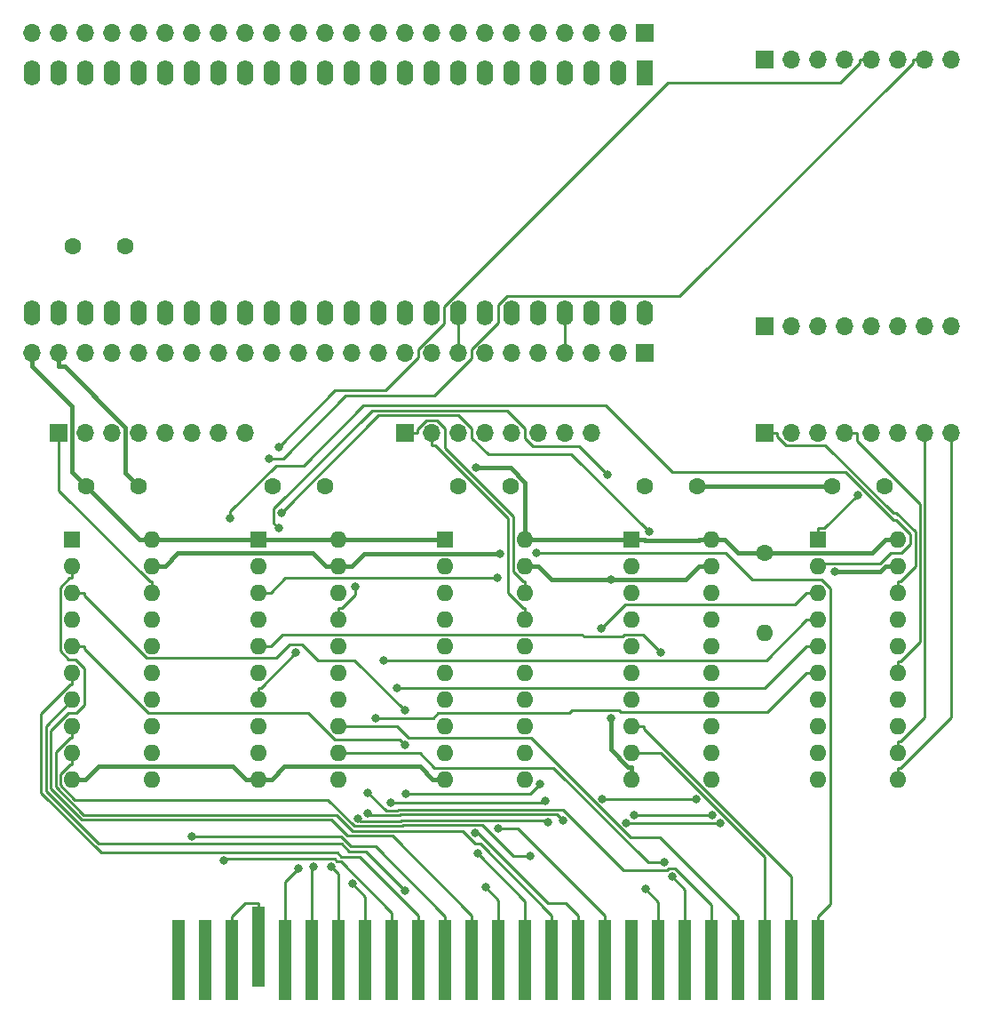
<source format=gtl>
G04 #@! TF.GenerationSoftware,KiCad,Pcbnew,(6.0.9)*
G04 #@! TF.CreationDate,2023-03-08T22:08:06+01:00*
G04 #@! TF.ProjectId,03_Cartucho_MSX_Tang_Nano_9k_Breakout,30335f43-6172-4747-9563-686f5f4d5358,rev?*
G04 #@! TF.SameCoordinates,Original*
G04 #@! TF.FileFunction,Copper,L1,Top*
G04 #@! TF.FilePolarity,Positive*
%FSLAX46Y46*%
G04 Gerber Fmt 4.6, Leading zero omitted, Abs format (unit mm)*
G04 Created by KiCad (PCBNEW (6.0.9)) date 2023-03-08 22:08:06*
%MOMM*%
%LPD*%
G01*
G04 APERTURE LIST*
G04 #@! TA.AperFunction,ComponentPad*
%ADD10R,1.700000X1.700000*%
G04 #@! TD*
G04 #@! TA.AperFunction,ComponentPad*
%ADD11O,1.700000X1.700000*%
G04 #@! TD*
G04 #@! TA.AperFunction,ComponentPad*
%ADD12C,1.600000*%
G04 #@! TD*
G04 #@! TA.AperFunction,ComponentPad*
%ADD13R,1.600000X1.600000*%
G04 #@! TD*
G04 #@! TA.AperFunction,ComponentPad*
%ADD14O,1.600000X1.600000*%
G04 #@! TD*
G04 #@! TA.AperFunction,SMDPad,CuDef*
%ADD15R,1.270000X7.620000*%
G04 #@! TD*
G04 #@! TA.AperFunction,ComponentPad*
%ADD16R,1.600000X2.400000*%
G04 #@! TD*
G04 #@! TA.AperFunction,ComponentPad*
%ADD17O,1.600000X2.400000*%
G04 #@! TD*
G04 #@! TA.AperFunction,ViaPad*
%ADD18C,0.800000*%
G04 #@! TD*
G04 #@! TA.AperFunction,Conductor*
%ADD19C,0.250000*%
G04 #@! TD*
G04 #@! TA.AperFunction,Conductor*
%ADD20C,0.400000*%
G04 #@! TD*
G04 APERTURE END LIST*
D10*
X125730000Y-81305000D03*
D11*
X123190000Y-81305000D03*
X120650000Y-81305000D03*
X118110000Y-81305000D03*
X115570000Y-81305000D03*
X113030000Y-81305000D03*
X110490000Y-81305000D03*
X107950000Y-81305000D03*
X105410000Y-81305000D03*
X102870000Y-81305000D03*
X100330000Y-81305000D03*
X97790000Y-81305000D03*
X95250000Y-81305000D03*
X92710000Y-81305000D03*
X90170000Y-81305000D03*
X87630000Y-81305000D03*
X85090000Y-81305000D03*
X82550000Y-81305000D03*
X80010000Y-81305000D03*
X77470000Y-81305000D03*
X74930000Y-81305000D03*
X72390000Y-81305000D03*
X69850000Y-81305000D03*
X67310000Y-81305000D03*
D12*
X76200000Y-71120000D03*
X71200000Y-71120000D03*
X148590000Y-93980000D03*
X143590000Y-93980000D03*
X72470000Y-93980000D03*
X77470000Y-93980000D03*
D13*
X71120000Y-99060000D03*
D14*
X71120000Y-101600000D03*
X71120000Y-104140000D03*
X71120000Y-106680000D03*
X71120000Y-109220000D03*
X71120000Y-111760000D03*
X71120000Y-114300000D03*
X71120000Y-116840000D03*
X71120000Y-119380000D03*
X71120000Y-121920000D03*
X78740000Y-121920000D03*
X78740000Y-119380000D03*
X78740000Y-116840000D03*
X78740000Y-114300000D03*
X78740000Y-111760000D03*
X78740000Y-109220000D03*
X78740000Y-106680000D03*
X78740000Y-104140000D03*
X78740000Y-101600000D03*
X78740000Y-99060000D03*
D15*
X142240000Y-139065000D03*
X139700000Y-139065000D03*
X137160000Y-139065000D03*
X134620000Y-139065000D03*
X132080000Y-139065000D03*
X129540000Y-139065000D03*
X127000000Y-139065000D03*
X124460000Y-139065000D03*
X121920000Y-139065000D03*
X119380000Y-139065000D03*
X116840000Y-139065000D03*
X114300000Y-139065000D03*
X111760000Y-139065000D03*
X109220000Y-139065000D03*
X106680000Y-139065000D03*
X104140000Y-139065000D03*
X101600000Y-139065000D03*
X99060000Y-139065000D03*
X96520000Y-139065000D03*
X93980000Y-139065000D03*
X91440000Y-139065000D03*
X88900000Y-137795000D03*
X86360000Y-139065000D03*
X83820000Y-139065000D03*
X81280000Y-139065000D03*
D16*
X125730000Y-54610000D03*
D17*
X123190000Y-54610000D03*
X120650000Y-54610000D03*
X118110000Y-54610000D03*
X115570000Y-54610000D03*
X113030000Y-54610000D03*
X110490000Y-54610000D03*
X107950000Y-54610000D03*
X105410000Y-54610000D03*
X102870000Y-54610000D03*
X100330000Y-54610000D03*
X97790000Y-54610000D03*
X95250000Y-54610000D03*
X92710000Y-54610000D03*
X90170000Y-54610000D03*
X87630000Y-54610000D03*
X85090000Y-54610000D03*
X82550000Y-54610000D03*
X80010000Y-54610000D03*
X77470000Y-54610000D03*
X74930000Y-54610000D03*
X72390000Y-54610000D03*
X69850000Y-54610000D03*
X67310000Y-54610000D03*
X67310000Y-77470000D03*
X69850000Y-77470000D03*
X72390000Y-77470000D03*
X74930000Y-77470000D03*
X77470000Y-77470000D03*
X80010000Y-77470000D03*
X82550000Y-77470000D03*
X85090000Y-77470000D03*
X87630000Y-77470000D03*
X90170000Y-77470000D03*
X92710000Y-77470000D03*
X95250000Y-77470000D03*
X97790000Y-77470000D03*
X100330000Y-77470000D03*
X102870000Y-77470000D03*
X105410000Y-77470000D03*
X107950000Y-77470000D03*
X110490000Y-77470000D03*
X113030000Y-77470000D03*
X115570000Y-77470000D03*
X118110000Y-77470000D03*
X120650000Y-77470000D03*
X123190000Y-77470000D03*
X125730000Y-77470000D03*
D10*
X125730000Y-50800000D03*
D11*
X123190000Y-50800000D03*
X120650000Y-50800000D03*
X118110000Y-50800000D03*
X115570000Y-50800000D03*
X113030000Y-50800000D03*
X110490000Y-50800000D03*
X107950000Y-50800000D03*
X105410000Y-50800000D03*
X102870000Y-50800000D03*
X100330000Y-50800000D03*
X97790000Y-50800000D03*
X95250000Y-50800000D03*
X92710000Y-50800000D03*
X90170000Y-50800000D03*
X87630000Y-50800000D03*
X85090000Y-50800000D03*
X82550000Y-50800000D03*
X80010000Y-50800000D03*
X77470000Y-50800000D03*
X74930000Y-50800000D03*
X72390000Y-50800000D03*
X69850000Y-50800000D03*
X67310000Y-50800000D03*
D10*
X137160000Y-78740000D03*
D11*
X139700000Y-78740000D03*
X142240000Y-78740000D03*
X144780000Y-78740000D03*
X147320000Y-78740000D03*
X149860000Y-78740000D03*
X152400000Y-78740000D03*
X154940000Y-78740000D03*
D14*
X132080000Y-99060000D03*
X132080000Y-101600000D03*
X132080000Y-104140000D03*
X132080000Y-106680000D03*
X132080000Y-109220000D03*
X132080000Y-111760000D03*
X132080000Y-114300000D03*
X132080000Y-116840000D03*
X132080000Y-119380000D03*
X132080000Y-121920000D03*
X124460000Y-121920000D03*
X124460000Y-119380000D03*
X124460000Y-116840000D03*
X124460000Y-114300000D03*
X124460000Y-111760000D03*
X124460000Y-109220000D03*
X124460000Y-106680000D03*
X124460000Y-104140000D03*
X124460000Y-101600000D03*
D13*
X124460000Y-99060000D03*
D12*
X107950000Y-93980000D03*
X112950000Y-93980000D03*
X90250000Y-93980000D03*
X95250000Y-93980000D03*
X137160000Y-100330000D03*
D14*
X137160000Y-107950000D03*
D12*
X125730000Y-93980000D03*
X130730000Y-93980000D03*
D10*
X69850000Y-88900000D03*
D11*
X72390000Y-88900000D03*
X74930000Y-88900000D03*
X77470000Y-88900000D03*
X80010000Y-88900000D03*
X82550000Y-88900000D03*
X85090000Y-88900000D03*
X87630000Y-88900000D03*
D10*
X137160000Y-53340000D03*
D11*
X139700000Y-53340000D03*
X142240000Y-53340000D03*
X144780000Y-53340000D03*
X147320000Y-53340000D03*
X149860000Y-53340000D03*
X152400000Y-53340000D03*
X154940000Y-53340000D03*
D13*
X88900000Y-99060000D03*
D14*
X88900000Y-101600000D03*
X88900000Y-104140000D03*
X88900000Y-106680000D03*
X88900000Y-109220000D03*
X88900000Y-111760000D03*
X88900000Y-114300000D03*
X88900000Y-116840000D03*
X88900000Y-119380000D03*
X88900000Y-121920000D03*
X96520000Y-121920000D03*
X96520000Y-119380000D03*
X96520000Y-116840000D03*
X96520000Y-114300000D03*
X96520000Y-111760000D03*
X96520000Y-109220000D03*
X96520000Y-106680000D03*
X96520000Y-104140000D03*
X96520000Y-101600000D03*
X96520000Y-99060000D03*
D13*
X142240000Y-99060000D03*
D14*
X142240000Y-101600000D03*
X142240000Y-104140000D03*
X142240000Y-106680000D03*
X142240000Y-109220000D03*
X142240000Y-111760000D03*
X142240000Y-114300000D03*
X142240000Y-116840000D03*
X142240000Y-119380000D03*
X142240000Y-121920000D03*
X149860000Y-121920000D03*
X149860000Y-119380000D03*
X149860000Y-116840000D03*
X149860000Y-114300000D03*
X149860000Y-111760000D03*
X149860000Y-109220000D03*
X149860000Y-106680000D03*
X149860000Y-104140000D03*
X149860000Y-101600000D03*
X149860000Y-99060000D03*
D13*
X106680000Y-99060000D03*
D14*
X106680000Y-101600000D03*
X106680000Y-104140000D03*
X106680000Y-106680000D03*
X106680000Y-109220000D03*
X106680000Y-111760000D03*
X106680000Y-114300000D03*
X106680000Y-116840000D03*
X106680000Y-119380000D03*
X106680000Y-121920000D03*
X114300000Y-121920000D03*
X114300000Y-119380000D03*
X114300000Y-116840000D03*
X114300000Y-114300000D03*
X114300000Y-111760000D03*
X114300000Y-109220000D03*
X114300000Y-106680000D03*
X114300000Y-104140000D03*
X114300000Y-101600000D03*
X114300000Y-99060000D03*
D10*
X102870000Y-88900000D03*
D11*
X105410000Y-88900000D03*
X107950000Y-88900000D03*
X110490000Y-88900000D03*
X113030000Y-88900000D03*
X115570000Y-88900000D03*
X118110000Y-88900000D03*
X120650000Y-88900000D03*
D10*
X137160000Y-88900000D03*
D11*
X139700000Y-88900000D03*
X142240000Y-88900000D03*
X144780000Y-88900000D03*
X147320000Y-88900000D03*
X149860000Y-88900000D03*
X152400000Y-88900000D03*
X154940000Y-88900000D03*
D18*
X98069800Y-103508100D03*
X99311200Y-123180300D03*
X127550800Y-129796900D03*
X89911400Y-91313200D03*
X92458400Y-109822600D03*
X90785100Y-90210200D03*
X90785500Y-97956700D03*
X122151100Y-92882300D03*
X111625900Y-102725200D03*
X115362600Y-100330000D03*
X91068300Y-96476700D03*
X126076100Y-98318500D03*
X127253800Y-109800800D03*
X145975500Y-94797400D03*
X110524300Y-132196800D03*
X109799200Y-128980800D03*
X109507300Y-126975500D03*
X111697500Y-126543700D03*
X114809800Y-129194100D03*
X102841900Y-132468400D03*
X102806200Y-118601200D03*
X82526300Y-127305500D03*
X102800600Y-115325100D03*
X132910600Y-126059200D03*
X123940600Y-126059200D03*
X117905500Y-125838500D03*
X99266700Y-125154300D03*
X132133300Y-125281700D03*
X124677800Y-125281700D03*
X116453400Y-125968600D03*
X98317200Y-125619200D03*
X94120700Y-130190600D03*
X130598800Y-123749500D03*
X121659600Y-123749500D03*
X116199200Y-123913700D03*
X101495500Y-124117700D03*
X100056600Y-116102200D03*
X95821500Y-130205500D03*
X102075500Y-113174800D03*
X100793200Y-110536900D03*
X97808400Y-131848500D03*
X121512400Y-107549300D03*
X115724100Y-122310700D03*
X102943300Y-123272600D03*
X86179600Y-97054900D03*
X85539100Y-129604000D03*
X92710000Y-130421500D03*
X125764300Y-132364400D03*
X128283100Y-131115600D03*
X109626700Y-92217000D03*
X122449700Y-102870000D03*
X122443100Y-116080100D03*
X143840400Y-102101900D03*
X111932400Y-100373800D03*
D19*
X98069800Y-104286400D02*
X98069800Y-103508100D01*
X96801300Y-105554900D02*
X98069800Y-104286400D01*
X96520000Y-105554900D02*
X96801300Y-105554900D01*
X96520000Y-106680000D02*
X96520000Y-105554900D01*
X118110000Y-77470000D02*
X118110000Y-81305000D01*
X107950000Y-77470000D02*
X107950000Y-81305000D01*
X132080000Y-133887000D02*
X132080000Y-139065000D01*
X128583500Y-130390500D02*
X132080000Y-133887000D01*
X127982800Y-130390500D02*
X128583500Y-130390500D01*
X127823600Y-130549700D02*
X127982800Y-130390500D01*
X123651700Y-130549700D02*
X127823600Y-130549700D01*
X117883100Y-124781100D02*
X123651700Y-130549700D01*
X102221600Y-124781100D02*
X117883100Y-124781100D01*
X102111500Y-124891200D02*
X102221600Y-124781100D01*
X101022100Y-124891200D02*
X102111500Y-124891200D01*
X99311200Y-123180300D02*
X101022100Y-124891200D01*
X96520000Y-116840000D02*
X97645100Y-116840000D01*
X134620000Y-134907900D02*
X134620000Y-139065000D01*
X127160700Y-127448600D02*
X134620000Y-134907900D01*
X124299700Y-127448600D02*
X127160700Y-127448600D01*
X114816200Y-117965100D02*
X124299700Y-127448600D01*
X103195600Y-117965100D02*
X114816200Y-117965100D01*
X102070500Y-116840000D02*
X103195600Y-117965100D01*
X97645100Y-116840000D02*
X102070500Y-116840000D01*
X126011400Y-129796900D02*
X127550800Y-129796900D01*
X117009300Y-120794800D02*
X126011400Y-129796900D01*
X105651600Y-120794800D02*
X117009300Y-120794800D01*
X104236800Y-119380000D02*
X105651600Y-120794800D01*
X96520000Y-119380000D02*
X104236800Y-119380000D01*
X152400000Y-53340000D02*
X151224900Y-53340000D01*
X91211100Y-91313200D02*
X89911400Y-91313200D01*
X97171100Y-85353200D02*
X91211100Y-91313200D01*
X105626700Y-85353200D02*
X97171100Y-85353200D01*
X109220000Y-81759900D02*
X105626700Y-85353200D01*
X109220000Y-80906600D02*
X109220000Y-81759900D01*
X111760000Y-78366600D02*
X109220000Y-80906600D01*
X111760000Y-76699800D02*
X111760000Y-78366600D01*
X112566400Y-75893400D02*
X111760000Y-76699800D01*
X129036700Y-75893400D02*
X112566400Y-75893400D01*
X151224900Y-53705200D02*
X129036700Y-75893400D01*
X151224900Y-53340000D02*
X151224900Y-53705200D01*
X89106100Y-113174900D02*
X92458400Y-109822600D01*
X88900000Y-113174900D02*
X89106100Y-113174900D01*
X88900000Y-114300000D02*
X88900000Y-113174900D01*
X147320000Y-53340000D02*
X146144900Y-53340000D01*
X96146800Y-84848500D02*
X90785100Y-90210200D01*
X100990600Y-84848500D02*
X96146800Y-84848500D01*
X104140000Y-81699100D02*
X100990600Y-84848500D01*
X104140000Y-80906300D02*
X104140000Y-81699100D01*
X106535200Y-78511100D02*
X104140000Y-80906300D01*
X106535200Y-76870200D02*
X106535200Y-78511100D01*
X127880700Y-55524700D02*
X106535200Y-76870200D01*
X144325400Y-55524700D02*
X127880700Y-55524700D01*
X146144900Y-53705200D02*
X144325400Y-55524700D01*
X146144900Y-53340000D02*
X146144900Y-53705200D01*
X139700000Y-131186200D02*
X139700000Y-139065000D01*
X125585100Y-117071300D02*
X139700000Y-131186200D01*
X125585100Y-116840000D02*
X125585100Y-117071300D01*
X124460000Y-116840000D02*
X125585100Y-116840000D01*
X119396700Y-90127900D02*
X122151100Y-92882300D01*
X115039300Y-90127900D02*
X119396700Y-90127900D01*
X114300000Y-89388600D02*
X115039300Y-90127900D01*
X114300000Y-88505900D02*
X114300000Y-89388600D01*
X112536700Y-86742600D02*
X114300000Y-88505900D01*
X99717200Y-86742600D02*
X112536700Y-86742600D01*
X90338200Y-96121600D02*
X99717200Y-86742600D01*
X90338200Y-97509400D02*
X90338200Y-96121600D01*
X90785500Y-97956700D02*
X90338200Y-97509400D01*
X142240000Y-139065000D02*
X142240000Y-134929900D01*
X88900000Y-104140000D02*
X90025100Y-104140000D01*
X133381700Y-100330000D02*
X115362600Y-100330000D01*
X135921700Y-102870000D02*
X133381700Y-100330000D01*
X142562000Y-102870000D02*
X135921700Y-102870000D01*
X143366300Y-103674300D02*
X142562000Y-102870000D01*
X143366300Y-133803600D02*
X143366300Y-103674300D01*
X142240000Y-134929900D02*
X143366300Y-133803600D01*
X91439900Y-102725200D02*
X111625900Y-102725200D01*
X90025100Y-104140000D02*
X91439900Y-102725200D01*
X118706900Y-90949300D02*
X126076100Y-98318500D01*
X110782400Y-90949300D02*
X118706900Y-90949300D01*
X109220000Y-89386900D02*
X110782400Y-90949300D01*
X109220000Y-88502000D02*
X109220000Y-89386900D01*
X107939400Y-87221400D02*
X109220000Y-88502000D01*
X100323600Y-87221400D02*
X107939400Y-87221400D01*
X91068300Y-96476700D02*
X100323600Y-87221400D01*
X124460000Y-119380000D02*
X125585100Y-119380000D01*
X137160000Y-129282800D02*
X137160000Y-139065000D01*
X127257200Y-119380000D02*
X137160000Y-129282800D01*
X125585100Y-119380000D02*
X127257200Y-119380000D01*
X125547800Y-108094800D02*
X127253800Y-109800800D01*
X123785200Y-108094800D02*
X125547800Y-108094800D01*
X123569700Y-108310300D02*
X123785200Y-108094800D01*
X119910000Y-108310300D02*
X123569700Y-108310300D01*
X119691600Y-108091900D02*
X119910000Y-108310300D01*
X91153200Y-108091900D02*
X119691600Y-108091900D01*
X90025100Y-109220000D02*
X91153200Y-108091900D01*
X88900000Y-109220000D02*
X90025100Y-109220000D01*
X137160000Y-88900000D02*
X138335100Y-88900000D01*
X149860000Y-104140000D02*
X149860000Y-103014900D01*
X138335100Y-89267300D02*
X138335100Y-88900000D01*
X139142900Y-90075100D02*
X138335100Y-89267300D01*
X142915300Y-90075100D02*
X139142900Y-90075100D01*
X149380900Y-96540700D02*
X142915300Y-90075100D01*
X149693800Y-96540700D02*
X149380900Y-96540700D01*
X151483600Y-98330500D02*
X149693800Y-96540700D01*
X151483600Y-101624400D02*
X151483600Y-98330500D01*
X150093100Y-103014900D02*
X151483600Y-101624400D01*
X149860000Y-103014900D02*
X150093100Y-103014900D01*
X144780000Y-88900000D02*
X145955100Y-88900000D01*
X149860000Y-111760000D02*
X149860000Y-110634900D01*
X145955100Y-89697500D02*
X145955100Y-88900000D01*
X151933700Y-95676100D02*
X145955100Y-89697500D01*
X151933700Y-108794300D02*
X151933700Y-95676100D01*
X150093100Y-110634900D02*
X151933700Y-108794300D01*
X149860000Y-110634900D02*
X150093100Y-110634900D01*
X149860000Y-119380000D02*
X149860000Y-118254900D01*
X152400000Y-115948000D02*
X152400000Y-88900000D01*
X150093100Y-118254900D02*
X152400000Y-115948000D01*
X149860000Y-118254900D02*
X150093100Y-118254900D01*
X150093100Y-120794900D02*
X149860000Y-120794900D01*
X154940000Y-115948000D02*
X150093100Y-120794900D01*
X154940000Y-88900000D02*
X154940000Y-115948000D01*
X149860000Y-121920000D02*
X149860000Y-120794900D01*
X102870000Y-88900000D02*
X104045100Y-88900000D01*
X114300000Y-104140000D02*
X114300000Y-103014900D01*
X104045100Y-88532800D02*
X104045100Y-88900000D01*
X104855200Y-87722700D02*
X104045100Y-88532800D01*
X105912700Y-87722700D02*
X104855200Y-87722700D01*
X106624700Y-88434700D02*
X105912700Y-87722700D01*
X106624700Y-90355100D02*
X106624700Y-88434700D01*
X113139900Y-96870300D02*
X106624700Y-90355100D01*
X113139900Y-102088000D02*
X113139900Y-96870300D01*
X114066800Y-103014900D02*
X113139900Y-102088000D01*
X114300000Y-103014900D02*
X114066800Y-103014900D01*
X114066800Y-105554900D02*
X114300000Y-105554900D01*
X112689600Y-104177700D02*
X114066800Y-105554900D01*
X112689600Y-97056700D02*
X112689600Y-104177700D01*
X105708000Y-90075100D02*
X112689600Y-97056700D01*
X105410000Y-90075100D02*
X105708000Y-90075100D01*
X105410000Y-88900000D02*
X105410000Y-90075100D01*
X114300000Y-106680000D02*
X114300000Y-105554900D01*
X142838000Y-97934900D02*
X145975500Y-94797400D01*
X142240000Y-97934900D02*
X142838000Y-97934900D01*
X142240000Y-99060000D02*
X142240000Y-97934900D01*
X111760000Y-133432500D02*
X110524300Y-132196800D01*
X111760000Y-139065000D02*
X111760000Y-133432500D01*
X114300000Y-133481600D02*
X109799200Y-128980800D01*
X114300000Y-139065000D02*
X114300000Y-133481600D01*
X109784200Y-126975500D02*
X109507300Y-126975500D01*
X116451000Y-133642300D02*
X109784200Y-126975500D01*
X118190200Y-133642300D02*
X116451000Y-133642300D01*
X119380000Y-134832100D02*
X118190200Y-133642300D01*
X119380000Y-139065000D02*
X119380000Y-134832100D01*
X121920000Y-134835900D02*
X121920000Y-139065000D01*
X113627800Y-126543700D02*
X121920000Y-134835900D01*
X111697500Y-126543700D02*
X113627800Y-126543700D01*
X71120000Y-119380000D02*
X71120000Y-120505100D01*
X113180300Y-129194100D02*
X114809800Y-129194100D01*
X110224400Y-126238200D02*
X113180300Y-129194100D01*
X102674300Y-126238200D02*
X110224400Y-126238200D01*
X102560800Y-126351700D02*
X102674300Y-126238200D01*
X98024300Y-126351700D02*
X102560800Y-126351700D01*
X95493800Y-123821200D02*
X98024300Y-126351700D01*
X71370400Y-123821200D02*
X95493800Y-123821200D01*
X69970600Y-122421400D02*
X71370400Y-123821200D01*
X69970600Y-121421300D02*
X69970600Y-122421400D01*
X70886800Y-120505100D02*
X69970600Y-121421300D01*
X71120000Y-120505100D02*
X70886800Y-120505100D01*
X71120000Y-116840000D02*
X71120000Y-117965100D01*
X116840000Y-134851700D02*
X116840000Y-139065000D01*
X110025100Y-128036800D02*
X116840000Y-134851700D01*
X109501400Y-128036800D02*
X110025100Y-128036800D01*
X108306000Y-126841400D02*
X109501400Y-128036800D01*
X97877400Y-126841400D02*
X108306000Y-126841400D01*
X96327900Y-125291900D02*
X97877400Y-126841400D01*
X72204400Y-125291900D02*
X96327900Y-125291900D01*
X69520400Y-122607900D02*
X72204400Y-125291900D01*
X69520400Y-119331500D02*
X69520400Y-122607900D01*
X70886800Y-117965100D02*
X69520400Y-119331500D01*
X71120000Y-117965100D02*
X70886800Y-117965100D01*
X68620100Y-116799900D02*
X71120000Y-114300000D01*
X68620100Y-122985700D02*
X68620100Y-116799900D01*
X73665100Y-128030700D02*
X68620100Y-122985700D01*
X96798700Y-128030700D02*
X73665100Y-128030700D01*
X97541900Y-128773900D02*
X96798700Y-128030700D01*
X99147400Y-128773900D02*
X97541900Y-128773900D01*
X102841900Y-132468400D02*
X99147400Y-128773900D01*
X70886800Y-112885100D02*
X71120000Y-112885100D01*
X68159600Y-115612300D02*
X70886800Y-112885100D01*
X68159600Y-123164300D02*
X68159600Y-115612300D01*
X73874100Y-128878800D02*
X68159600Y-123164300D01*
X96382200Y-128878800D02*
X73874100Y-128878800D01*
X96743400Y-129240000D02*
X96382200Y-128878800D01*
X98506700Y-129240000D02*
X96743400Y-129240000D01*
X104140000Y-134873300D02*
X98506700Y-129240000D01*
X104140000Y-139065000D02*
X104140000Y-134873300D01*
X71120000Y-111760000D02*
X71120000Y-112885100D01*
X72245100Y-109453200D02*
X72245100Y-109220000D01*
X78361700Y-115569800D02*
X72245100Y-109453200D01*
X93594900Y-115569800D02*
X78361700Y-115569800D01*
X96135100Y-118110000D02*
X93594900Y-115569800D01*
X102315000Y-118110000D02*
X96135100Y-118110000D01*
X102806200Y-118601200D02*
X102315000Y-118110000D01*
X71120000Y-109220000D02*
X72245100Y-109220000D01*
X96710100Y-127305500D02*
X82526300Y-127305500D01*
X97660400Y-128255800D02*
X96710100Y-127305500D01*
X100021400Y-128255800D02*
X97660400Y-128255800D01*
X106680000Y-134914400D02*
X100021400Y-128255800D01*
X106680000Y-139065000D02*
X106680000Y-134914400D01*
X71120000Y-104140000D02*
X72245100Y-104140000D01*
X72245100Y-104373200D02*
X72245100Y-104140000D01*
X78217100Y-110345200D02*
X72245100Y-104373200D01*
X90557800Y-110345200D02*
X78217100Y-110345200D01*
X91827000Y-109076000D02*
X90557800Y-110345200D01*
X93045100Y-109076000D02*
X91827000Y-109076000D01*
X94523200Y-110554100D02*
X93045100Y-109076000D01*
X98029600Y-110554100D02*
X94523200Y-110554100D01*
X102800600Y-115325100D02*
X98029600Y-110554100D01*
X99456700Y-125344300D02*
X99266700Y-125154300D01*
X102295000Y-125344300D02*
X99456700Y-125344300D01*
X102402100Y-125237200D02*
X102295000Y-125344300D01*
X117304200Y-125237200D02*
X102402100Y-125237200D01*
X117905500Y-125838500D02*
X117304200Y-125237200D01*
X123940600Y-126059200D02*
X132910600Y-126059200D01*
X93980000Y-130331300D02*
X94120700Y-130190600D01*
X93980000Y-139065000D02*
X93980000Y-130331300D01*
X132133300Y-125281700D02*
X124677800Y-125281700D01*
X98599600Y-125901600D02*
X98317200Y-125619200D01*
X102374300Y-125901600D02*
X98599600Y-125901600D01*
X102487800Y-125788100D02*
X102374300Y-125901600D01*
X116272900Y-125788100D02*
X102487800Y-125788100D01*
X116453400Y-125968600D02*
X116272900Y-125788100D01*
X115995200Y-124117700D02*
X101495500Y-124117700D01*
X116199200Y-123913700D02*
X115995200Y-124117700D01*
X130598800Y-123749500D02*
X121659600Y-123749500D01*
X96520000Y-139065000D02*
X96520000Y-134929900D01*
X142240000Y-111760000D02*
X141114900Y-111760000D01*
X100056600Y-116102100D02*
X100056600Y-116102200D01*
X105503000Y-116102100D02*
X100056600Y-116102100D01*
X106005200Y-115599900D02*
X105503000Y-116102100D01*
X118469800Y-115599900D02*
X106005200Y-115599900D01*
X118774600Y-115295100D02*
X118469800Y-115599900D01*
X123275000Y-115295100D02*
X118774600Y-115295100D01*
X123442300Y-115462400D02*
X123275000Y-115295100D01*
X137412500Y-115462400D02*
X123442300Y-115462400D01*
X141114900Y-111760000D02*
X137412500Y-115462400D01*
X96520000Y-130904000D02*
X95821500Y-130205500D01*
X96520000Y-134929900D02*
X96520000Y-130904000D01*
X142240000Y-109220000D02*
X141114900Y-109220000D01*
X137160100Y-113174800D02*
X102075500Y-113174800D01*
X141114900Y-109220000D02*
X137160100Y-113174800D01*
X142240000Y-106680000D02*
X141114900Y-106680000D01*
X99060000Y-133100100D02*
X97808400Y-131848500D01*
X99060000Y-139065000D02*
X99060000Y-133100100D01*
X100793200Y-110536800D02*
X100793200Y-110536900D01*
X137258100Y-110536800D02*
X100793200Y-110536800D01*
X141114900Y-106680000D02*
X137258100Y-110536800D01*
X123796600Y-105265100D02*
X121512400Y-107549300D01*
X139989800Y-105265100D02*
X123796600Y-105265100D01*
X141114900Y-104140000D02*
X139989800Y-105265100D01*
X142240000Y-104140000D02*
X141114900Y-104140000D01*
X102943300Y-123272500D02*
X102943300Y-123272600D01*
X114762300Y-123272500D02*
X102943300Y-123272500D01*
X115724100Y-122310700D02*
X114762300Y-123272500D01*
X86179600Y-96380800D02*
X86179600Y-97054900D01*
X90522000Y-92038400D02*
X86179600Y-96380800D01*
X93145900Y-92038400D02*
X90522000Y-92038400D01*
X98891900Y-86292400D02*
X93145900Y-92038400D01*
X121938600Y-86292400D02*
X98891900Y-86292400D01*
X128305700Y-92659500D02*
X121938600Y-86292400D01*
X144863000Y-92659500D02*
X128305700Y-92659500D01*
X149419300Y-97215800D02*
X144863000Y-92659500D01*
X149658200Y-97215800D02*
X149419300Y-97215800D01*
X150997800Y-98555400D02*
X149658200Y-97215800D01*
X150997800Y-99520300D02*
X150997800Y-98555400D01*
X150188100Y-100330000D02*
X150997800Y-99520300D01*
X149187100Y-100330000D02*
X150188100Y-100330000D01*
X148140400Y-101376700D02*
X149187100Y-100330000D01*
X142463300Y-101376700D02*
X148140400Y-101376700D01*
X142240000Y-101600000D02*
X142463300Y-101376700D01*
X101600000Y-134585100D02*
X101600000Y-139065000D01*
X96705000Y-129690100D02*
X101600000Y-134585100D01*
X96331700Y-129690100D02*
X96705000Y-129690100D01*
X96106600Y-129465000D02*
X96331700Y-129690100D01*
X85678100Y-129465000D02*
X96106600Y-129465000D01*
X85539100Y-129604000D02*
X85678100Y-129465000D01*
X91440000Y-131691500D02*
X92710000Y-130421500D01*
X91440000Y-139065000D02*
X91440000Y-131691500D01*
X127000000Y-133600100D02*
X125764300Y-132364400D01*
X127000000Y-139065000D02*
X127000000Y-133600100D01*
X129540000Y-132372500D02*
X128283100Y-131115600D01*
X129540000Y-139065000D02*
X129540000Y-132372500D01*
X71120000Y-101600000D02*
X71120000Y-102725100D01*
X70838700Y-102725100D02*
X71120000Y-102725100D01*
X69959300Y-103604500D02*
X70838700Y-102725100D01*
X69959300Y-109666700D02*
X69959300Y-103604500D01*
X70783400Y-110490800D02*
X69959300Y-109666700D01*
X71444700Y-110490800D02*
X70783400Y-110490800D01*
X72246000Y-111292100D02*
X71444700Y-110490800D01*
X72246000Y-114814800D02*
X72246000Y-111292100D01*
X71490800Y-115570000D02*
X72246000Y-114814800D01*
X70742700Y-115570000D02*
X71490800Y-115570000D01*
X69070300Y-117242400D02*
X70742700Y-115570000D01*
X69070300Y-122794400D02*
X69070300Y-117242400D01*
X72017900Y-125742000D02*
X69070300Y-122794400D01*
X95783200Y-125742000D02*
X72017900Y-125742000D01*
X97332700Y-127291500D02*
X95783200Y-125742000D01*
X101616000Y-127291500D02*
X97332700Y-127291500D01*
X109220000Y-134895500D02*
X101616000Y-127291500D01*
X109220000Y-139065000D02*
X109220000Y-134895500D01*
X87616800Y-133659900D02*
X88900000Y-133659900D01*
X86360000Y-134916700D02*
X87616800Y-133659900D01*
X86360000Y-139065000D02*
X86360000Y-134916700D01*
X88900000Y-137795000D02*
X88900000Y-133659900D01*
X78506800Y-103014900D02*
X78740000Y-103014900D01*
X69850000Y-94358100D02*
X78506800Y-103014900D01*
X69850000Y-88900000D02*
X69850000Y-94358100D01*
X78740000Y-104140000D02*
X78740000Y-103014900D01*
D20*
X132080000Y-99060000D02*
X133280100Y-99060000D01*
X134550100Y-100330000D02*
X137160000Y-100330000D01*
X133280100Y-99060000D02*
X134550100Y-100330000D01*
X149860000Y-99060000D02*
X148659900Y-99060000D01*
X71100200Y-86345300D02*
X67310000Y-82555100D01*
X71100200Y-92610200D02*
X71100200Y-86345300D01*
X72470000Y-93980000D02*
X71100200Y-92610200D01*
X67310000Y-81305000D02*
X67310000Y-82555100D01*
X88900000Y-99060000D02*
X78740000Y-99060000D01*
X77539900Y-99049900D02*
X72470000Y-93980000D01*
X77539900Y-99060000D02*
X77539900Y-99049900D01*
X78740000Y-99060000D02*
X77539900Y-99060000D01*
X147389900Y-100330000D02*
X137160000Y-100330000D01*
X148659900Y-99060000D02*
X147389900Y-100330000D01*
X112912500Y-92217000D02*
X109626700Y-92217000D01*
X114300000Y-93604500D02*
X112912500Y-92217000D01*
X114300000Y-99060000D02*
X114300000Y-93604500D01*
X124460000Y-99060000D02*
X123259900Y-99060000D01*
X114300000Y-99060000D02*
X123259900Y-99060000D01*
X124460000Y-99060000D02*
X125660100Y-99060000D01*
X132080000Y-99060000D02*
X130879900Y-99060000D01*
X88900000Y-99060000D02*
X90100100Y-99060000D01*
X106680000Y-99060000D02*
X96520000Y-99060000D01*
X96520000Y-99060000D02*
X90100100Y-99060000D01*
X130821300Y-99118600D02*
X130879900Y-99060000D01*
X125718700Y-99118600D02*
X130821300Y-99118600D01*
X125660100Y-99060000D02*
X125718700Y-99118600D01*
X88900000Y-121920000D02*
X90100100Y-121920000D01*
X106680000Y-121920000D02*
X105479900Y-121920000D01*
X86429900Y-120650000D02*
X87699900Y-121920000D01*
X73590100Y-120650000D02*
X86429900Y-120650000D01*
X72320100Y-121920000D02*
X73590100Y-120650000D01*
X71120000Y-121920000D02*
X72320100Y-121920000D01*
X88900000Y-121920000D02*
X87699900Y-121920000D01*
X91335800Y-120684300D02*
X90100100Y-121920000D01*
X104244200Y-120684300D02*
X91335800Y-120684300D01*
X105479900Y-121920000D02*
X104244200Y-120684300D01*
X114300000Y-101600000D02*
X115500100Y-101600000D01*
X132080000Y-101600000D02*
X130879900Y-101600000D01*
X116770100Y-102870000D02*
X122449700Y-102870000D01*
X115500100Y-101600000D02*
X116770100Y-102870000D01*
X129609900Y-102870000D02*
X130879900Y-101600000D01*
X122449700Y-102870000D02*
X129609900Y-102870000D01*
X124087000Y-120719900D02*
X124460000Y-120719900D01*
X122443100Y-119076000D02*
X124087000Y-120719900D01*
X122443100Y-116080100D02*
X122443100Y-119076000D01*
X124460000Y-121920000D02*
X124460000Y-120719900D01*
X148158000Y-102101900D02*
X148659900Y-101600000D01*
X143840400Y-102101900D02*
X148158000Y-102101900D01*
X149860000Y-101600000D02*
X148659900Y-101600000D01*
X76200000Y-92710000D02*
X77470000Y-93980000D01*
X76200000Y-88358200D02*
X76200000Y-92710000D01*
X70396900Y-82555100D02*
X76200000Y-88358200D01*
X69850000Y-82555100D02*
X70396900Y-82555100D01*
X69850000Y-81305000D02*
X69850000Y-82555100D01*
X98946300Y-100373800D02*
X111932400Y-100373800D01*
X97720100Y-101600000D02*
X98946300Y-100373800D01*
X96520000Y-101600000D02*
X97720100Y-101600000D01*
X94063800Y-100343900D02*
X95319900Y-101600000D01*
X81196200Y-100343900D02*
X94063800Y-100343900D01*
X79940100Y-101600000D02*
X81196200Y-100343900D01*
X78740000Y-101600000D02*
X79940100Y-101600000D01*
X96520000Y-101600000D02*
X95319900Y-101600000D01*
X130730000Y-93980000D02*
X143590000Y-93980000D01*
M02*

</source>
